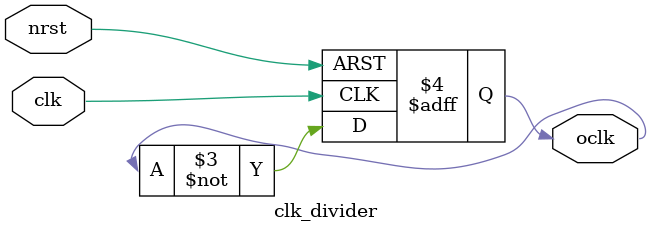
<source format=v>
module clk_divider 
(
    input clk,
    input nrst,
    output reg oclk
);

always @ (posedge clk or negedge nrst)
begin
    if(nrst == 1'd0)
        oclk <= 1'd0;
    else
        oclk <= ~oclk;
end

endmodule
</source>
